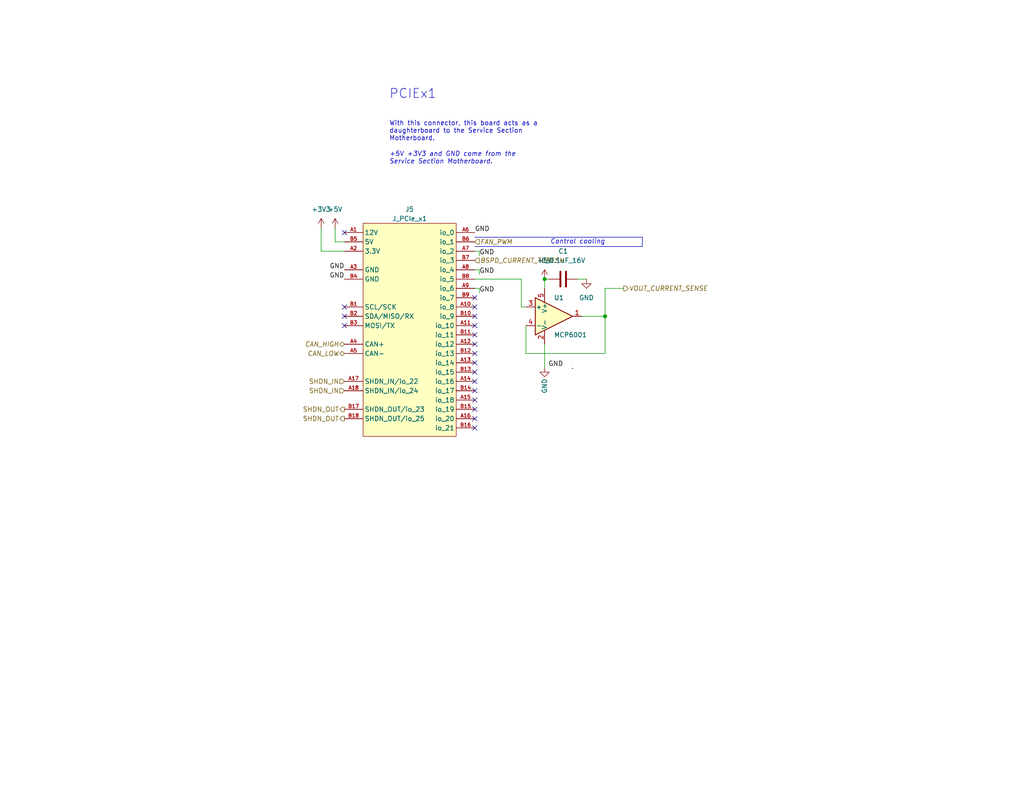
<source format=kicad_sch>
(kicad_sch (version 20250114) (generator "eeschema") (generator_version "9.0")
  (paper "A")
  (title_block (title "BMS Core | PCIEx1 connector") (date "2022-12-03") (rev "0") (company "Olin Electric Motorsports") (comment 1 "Melissa Kazazic") (comment 2 "Jacob Likins"))
  (lib_symbols
    (symbol "GND_1" (power) (pin_numbers (hide yes)) (pin_names (offset 0) (hide yes))
      (property "Value" "GND" (at 0 -3.81 0))
      (symbol "GND_1_0_1"
        (polyline (pts (xy 0 0) (xy 0 -1.27) (xy 1.27 -1.27) (xy 0 -2.54) (xy -1.27 -1.27) (xy 0 -1.27)))
      )
      (symbol "GND_1_1_1"
        (pin power_in line (at 0 0 270) (length 0) (name "~") (number "1"))
      )
    )
    (symbol "MCP6001_2" (pin_names (offset 0.127))
      (property "Reference" "U" (at 0 5.08 0))
      (property "Value" "MCP6001_2" (at 0 -5.08 0))
      (symbol "MCP6001_2_0_1"
        (polyline (pts (xy -5.08 5.08) (xy 5.08 0) (xy -5.08 -5.08) (xy -5.08 5.08)) (stroke (width 0.254)) (fill (type background)))
        (pin power_in line (at -2.54 7.62 270) (length 3.81) (name "V+") (number "5"))
        (pin power_in line (at -2.54 -7.62 90) (length 3.81) (name "V-") (number "2"))
      )
      (symbol "MCP6001_2_1_1"
        (pin input line (at -7.62 2.54 0) (length 2.54) (name "+") (number "3"))
        (pin input line (at -7.62 -2.54 0) (length 2.54) (name "-") (number "4"))
        (pin output line (at 7.62 0 180) (length 2.54) (name "~") (number "1"))
      )
    )
    (symbol "OEM:C_0.1uF_16V_0603" (pin_numbers (hide yes)) (pin_names (offset 0.254))
      (property "Reference" "C" (at 0.635 2.54 0))
      (property "Value" "C_0.1uF_16V" (at 0.635 -2.54 0))
      (symbol "C_0.1uF_16V_0603_0_1"
        (polyline (pts (xy -2.032 0.762) (xy 2.032 0.762)) (stroke (width 0.508)))
        (polyline (pts (xy -2.032 -0.762) (xy 2.032 -0.762)) (stroke (width 0.508)))
      )
      (symbol "C_0.1uF_16V_0603_1_1"
        (pin passive line (at 0 3.81 270) (length 2.794) (name "~") (number "1"))
        (pin passive line (at 0 -3.81 90) (length 2.794) (name "~") (number "2"))
      )
    )
    (symbol "OEM:J_PCIe_x1"
      (property "Reference" "J" (at 0 30.48 0))
      (property "Value" "J_PCIe_x1" (at 0 27.94 0))
      (symbol "J_PCIe_x1_0_1"
        (circle (center 44.45 -12.954) (radius 0.0001))
      )
      (symbol "J_PCIe_x1_1_1"
        (rectangle (start -12.7 26.67) (end 12.7 -31.496) (fill (type background)))
        (pin bidirectional line (at -17.78 24.13 0) (length 5) (name "12V") (number "A1"))
        (pin bidirectional line (at -17.78 21.59 0) (length 5) (name "5V") (number "B5"))
        (pin bidirectional line (at -17.78 19.05 0) (length 5) (name "3.3V") (number "A2"))
        (pin bidirectional line (at -17.78 13.97 0) (length 5) (name "GND") (number "A3"))
        (pin bidirectional line (at -17.78 11.43 0) (length 5) (name "GND") (number "B4"))
        (pin bidirectional line (at -17.78 3.81 0) (length 5) (name "SCL/SCK") (number "B1"))
        (pin bidirectional line (at -17.78 1.27 0) (length 5) (name "SDA/MISO/RX") (number "B2"))
        (pin bidirectional line (at -17.78 -1.27 0) (length 5) (name "MOSI/TX") (number "B3"))
        (pin bidirectional line (at -17.78 -6.35 0) (length 5) (name "CAN+") (number "A4"))
        (pin bidirectional line (at -17.78 -8.89 0) (length 5) (name "CAN-") (number "A5"))
        (pin bidirectional line (at -17.78 -16.51 0) (length 5) (name "SHDN_IN/io_22") (number "A17"))
        (pin bidirectional line (at -17.78 -19.05 0) (length 5) (name "SHDN_IN/io_24") (number "A18"))
        (pin bidirectional line (at -17.78 -24.13 0) (length 5) (name "SHDN_OUT/io_23") (number "B17"))
        (pin bidirectional line (at -17.78 -26.67 0) (length 5) (name "SHDN_OUT/io_25") (number "B18"))
        (pin bidirectional line (at 17.78 24.13 180) (length 5) (name "io_0") (number "A6"))
        (pin bidirectional line (at 17.78 21.59 180) (length 5) (name "io_1") (number "B6"))
        (pin bidirectional line (at 17.78 19.05 180) (length 5) (name "io_2") (number "A7"))
        (pin bidirectional line (at 17.78 16.51 180) (length 5) (name "io_3") (number "B7"))
        (pin bidirectional line (at 17.78 13.97 180) (length 5) (name "io_4") (number "A8"))
        (pin bidirectional line (at 17.78 11.43 180) (length 5) (name "io_5") (number "B8"))
        (pin bidirectional line (at 17.78 8.89 180) (length 5) (name "io_6") (number "A9"))
        (pin bidirectional line (at 17.78 6.35 180) (length 5) (name "io_7") (number "B9"))
        (pin bidirectional line (at 17.78 3.81 180) (length 5) (name "io_8") (number "A10"))
        (pin bidirectional line (at 17.78 1.27 180) (length 5) (name "io_9") (number "B10"))
        (pin bidirectional line (at 17.78 -1.27 180) (length 5) (name "io_10") (number "A11"))
        (pin bidirectional line (at 17.78 -3.81 180) (length 5) (name "io_11") (number "B11"))
        (pin bidirectional line (at 17.78 -6.35 180) (length 5) (name "io_12") (number "A12"))
        (pin bidirectional line (at 17.78 -8.89 180) (length 5) (name "io_13") (number "B12"))
        (pin bidirectional line (at 17.78 -11.43 180) (length 5) (name "io_14") (number "A13"))
        (pin bidirectional line (at 17.78 -13.97 180) (length 5) (name "io_15") (number "B13"))
        (pin bidirectional line (at 17.78 -16.51 180) (length 5) (name "io_16") (number "A14"))
        (pin bidirectional line (at 17.78 -19.05 180) (length 5) (name "io_17") (number "B14"))
        (pin bidirectional line (at 17.78 -21.59 180) (length 5) (name "io_18") (number "A15"))
        (pin bidirectional line (at 17.78 -24.13 180) (length 5) (name "io_19") (number "B15"))
        (pin bidirectional line (at 17.78 -26.67 180) (length 5) (name "io_20") (number "A16"))
        (pin bidirectional line (at 17.78 -29.21 180) (length 5) (name "io_21") (number "B16"))
      )
    )
    (symbol "power:+3V3" (power) (pin_numbers (hide yes)) (pin_names (offset 0) (hide yes))
      (property "Value" "+3V3" (at 0 3.556 0))
      (symbol "+3V3_0_1"
        (polyline (pts (xy -0.762 1.27) (xy 0 2.54)))
        (polyline (pts (xy 0 2.54) (xy 0.762 1.27)))
        (polyline (pts (xy 0 0) (xy 0 2.54)))
      )
      (symbol "+3V3_1_1"
        (pin power_in line (at 0 0 90) (length 0) (name "~") (number "1"))
      )
    )
    (symbol "power:+5V" (power) (pin_numbers (hide yes)) (pin_names (offset 0) (hide yes))
      (property "Value" "+5V" (at 0 3.556 0))
      (symbol "+5V_0_1"
        (polyline (pts (xy -0.762 1.27) (xy 0 2.54)))
        (polyline (pts (xy 0 2.54) (xy 0.762 1.27)))
        (polyline (pts (xy 0 0) (xy 0 2.54)))
      )
      (symbol "+5V_1_1"
        (pin power_in line (at 0 0 90) (length 0) (name "~") (number "1"))
      )
    )
    (symbol "power:GND" (power) (pin_names (offset 0))
      (property "Value" "GND" (at 0 -3.81 0))
      (symbol "GND_0_1"
        (polyline (pts (xy 0 0) (xy 0 -1.27) (xy 1.27 -1.27) (xy 0 -2.54) (xy -1.27 -1.27) (xy 0 -1.27)))
      )
      (symbol "GND_1_1"
        (pin power_in line (at 0 0 270) (length 0) (hide yes) (name "GND") (number "1"))
      )
    )
  )
  (rectangle (start 175.26 64.77) (end 175.26 67.31))
  (text "+5V +3V3 and GND come from the \nService Section Motherboard." (at 106.172 44.958 0) (effects (font (size 1.27 1.27) (italic yes)) (justify left bottom)))
  (text "Control cooling" (at 150.114 66.802 0) (effects (font (size 1.27 1.27) (italic yes)) (justify left bottom)))
  (text "With this connector, this board acts as a \ndaughterboard to the Service Section\nMotherboard." (at 106.172 38.608 0) (effects (font (size 1.27 1.27)) (justify left bottom)))
  (text "PCIEx1\n" (at 106.172 27.178 0) (effects (font (size 2.4892 2.4892)) (justify left bottom)))
  (junction (at 148.59 76.2))
  (junction (at 165.1 86.36))
  (no_connect (at 93.98 83.82))
  (no_connect (at 129.54 111.76))
  (no_connect (at 129.54 101.6))
  (no_connect (at 93.98 86.36))
  (no_connect (at 129.54 93.98))
  (no_connect (at 129.54 106.68))
  (no_connect (at 129.54 99.06))
  (no_connect (at 129.54 81.28))
  (no_connect (at 129.54 88.9))
  (no_connect (at 129.54 114.3))
  (no_connect (at 93.98 88.9))
  (no_connect (at 129.54 91.44))
  (no_connect (at 93.98 63.5))
  (no_connect (at 129.54 104.14))
  (no_connect (at 129.54 96.52))
  (no_connect (at 129.54 109.22))
  (no_connect (at 129.54 83.82))
  (no_connect (at 129.54 86.36))
  (no_connect (at 129.54 116.84))
  (wire (pts (xy 130.81 73.66) (xy 130.81 74.93)))
  (wire (pts (xy 143.51 88.9) (xy 143.51 96.52)))
  (wire (pts (xy 143.51 96.52) (xy 165.1 96.52)))
  (wire (pts (xy 87.63 68.58) (xy 93.98 68.58)))
  (wire (pts (xy 129.54 78.74) (xy 130.81 78.74)))
  (wire (pts (xy 91.44 66.04) (xy 93.98 66.04)))
  (wire (pts (xy 142.24 83.82) (xy 143.51 83.82)))
  (wire (pts (xy 165.1 86.36) (xy 158.75 86.36)))
  (wire (pts (xy 148.59 93.98) (xy 148.59 100.33)))
  (wire (pts (xy 129.54 68.58) (xy 130.81 68.58)))
  (wire (pts (xy 129.54 73.66) (xy 130.81 73.66)))
  (wire (pts (xy 130.81 68.58) (xy 130.81 69.85)))
  (wire (pts (xy 130.81 78.74) (xy 130.81 80.01)))
  (wire (pts (xy 148.59 76.2) (xy 149.86 76.2)))
  (polyline (pts (xy 175.26 67.31) (xy 129.54 67.31)))
  (wire (pts (xy 91.44 62.23) (xy 91.44 66.04)))
  (wire (pts (xy 87.63 62.23) (xy 87.63 68.58)))
  (wire (pts (xy 157.48 76.2) (xy 160.02 76.2)))
  (wire (pts (xy 142.24 83.82) (xy 142.24 76.2)))
  (wire (pts (xy 142.24 76.2) (xy 129.54 76.2)))
  (polyline (pts (xy 129.54 64.77) (xy 175.26 64.77)))
  (wire (pts (xy 165.1 78.74) (xy 165.1 86.36)))
  (wire (pts (xy 165.1 96.52) (xy 165.1 86.36)))
  (wire (pts (xy 165.1 78.74) (xy 170.18 78.74)))
  (wire (pts (xy 148.59 76.2) (xy 148.59 78.74)))
  (label "GND" (at 93.98 73.66 180))
  (label "GND" (at 153.67 100.33 180))
  (label "GND" (at 130.81 74.93 0))
  (label "GND" (at 93.98 76.2 180))
  (label "GND" (at 130.81 80.01 0))
  (label "GND" (at 130.81 69.85 0))
  (label "GND" (at 129.54 63.5 0))
  (hierarchical_label "SHDN_IN" (shape input) (at 93.98 104.14 180))
  (hierarchical_label "CAN_HIGH" (shape bidirectional) (at 93.98 93.98 180) (effects (font (italic yes))))
  (hierarchical_label "SHDN_IN" (shape input) (at 93.98 106.68 180))
  (hierarchical_label "FAN_PWM" (shape input) (at 129.54 66.04 0) (effects (font (italic yes))))
  (hierarchical_label "BSPD_CURRENT_THRESH" (shape input) (at 129.54 71.12 0) (effects (font (italic yes))))
  (hierarchical_label "SHDN_OUT" (shape output) (at 93.98 111.76 180))
  (hierarchical_label "CAN_LOW" (shape bidirectional) (at 93.98 96.52 180) (effects (font (italic yes))))
  (hierarchical_label "VOUT_CURRENT_SENSE" (shape output) (at 170.18 78.74 0) (effects (font (italic yes))))
  (hierarchical_label "SHDN_OUT" (shape output) (at 93.98 114.3 180))
  (symbol (lib_id "OEM:C_0.1uF_16V_0603") (at 153.67 76.2 270) (unit 1)
    (property "Reference" "C1" (at 153.67 68.58 90))
    (property "Value" "C_0.1uF_16V" (at 153.67 71.12 90))
    (property "Footprint" "OEM:C_0603_1608Metric" (effects (hide yes)))
    (property "Datasheet" "https://www.mouser.com/datasheet/3/72/1/KEM_C1005_Y5V_SMD.pdf" (effects (hide yes)))
    (property "Description" "CAP CER 0.1UF 16V Y5V 0603" (effects (hide yes)))
    (property "MPN" "C0603C104Z4VACTU" (effects (hide yes)))
  )
  (symbol (lib_name "MCP6001_2") (lib_id "OEM:MCP6001") (at 151.13 86.36 0) (unit 1)
    (property "Reference" "U1" (at 151.13 81.28 0) (effects (justify left)))
    (property "Value" "MCP6001" (at 151.13 91.44 0) (effects (justify left)))
    (property "Footprint" "Package_TO_SOT_SMD:SOT-353_SC-70-5" (effects (hide yes)))
    (property "Datasheet" "${OEM_DIR}/parts/datasheets/microchip_MCP600XX.pdf" (effects (hide yes)))
    (property "MFN" "Microchip" (effects (hide yes)))
    (property "MPN" "MCP6001T-I/OT" (effects (hide yes)))
    (property "DKPN" "MCP6001T-I/OTCT-ND" (effects (hide yes)))
    (property "Package" "SC-70-5" (effects (hide yes)))
    (property "NewDesigns" "YES" (effects (hide yes)))
    (property "Stocked" "Tape" (effects (hide yes)))
    (property "Style" "SMD" (effects (hide yes)))
  )
  (symbol (lib_id "power:+5V") (at 148.59 76.2 0) (unit 1)
    (property "Reference" "#PWR?" (effects (hide yes)))
    (property "Value" "+5V" (at 148.59 71.12 0))
    (property "Description" "Power symbol creates a global label with name \"+5V\"" (effects (hide yes)))
  )
  (symbol (lib_id "OEM:J_PCIe_x1") (at 111.76 87.63 0) (unit 1)
    (property "Reference" "J5" (at 111.76 57.15 0))
    (property "Value" "J_PCIe_x1" (at 111.76 59.69 0))
    (property "Footprint" "OEM:J_PCIe_x1_Key" (effects (hide yes)))
    (property "Datasheet" "https://www.te.com/commerce/DocumentDelivery/DDEController?Action=showdoc&DocId=Data+Sheet%7F4-1773442-7%7F0308%7Fpdf%7FEnglish%7FENG_DS_4-1773442-7_0308.pdf%7F2-1761465-1" (effects (hide yes)))
    (property "Description" "Interface used to connect daugterboards to motherboards" (effects (hide yes)))
    (property "MPN" "2-1761465-1" (effects (hide yes)))
  )
  (symbol (lib_id "power:GND") (at 148.59 100.33 0) (unit 1)
    (property "Reference" "#PWR?" (effects (hide yes)))
    (property "Value" "GND" (at 148.59 105.41 90))
  )
  (symbol (lib_id "power:+5V") (at 91.44 62.23 0) (unit 1)
    (property "Reference" "#PWR?" (effects (hide yes)))
    (property "Value" "+5V" (at 91.44 57.15 0))
    (property "Description" "Power symbol creates a global label with name \"+5V\"" (effects (hide yes)))
  )
  (symbol (lib_name "GND_1") (lib_id "power:GND") (at 160.02 76.2 0) (unit 1)
    (property "Reference" "#PWR?" (effects (hide yes)))
    (property "Value" "GND" (at 160.02 81.28 0))
    (property "Description" "Power symbol creates a global label with name \"GND\" , ground" (effects (hide yes)))
  )
  (symbol (lib_id "power:+3V3") (at 87.63 62.23 0) (unit 1)
    (property "Reference" "#PWR?" (effects (hide yes)))
    (property "Value" "+3V3" (at 87.63 57.15 0))
    (property "Description" "Power symbol creates a global label with name \"+3V3\"" (effects (hide yes)))
  )
)
</source>
